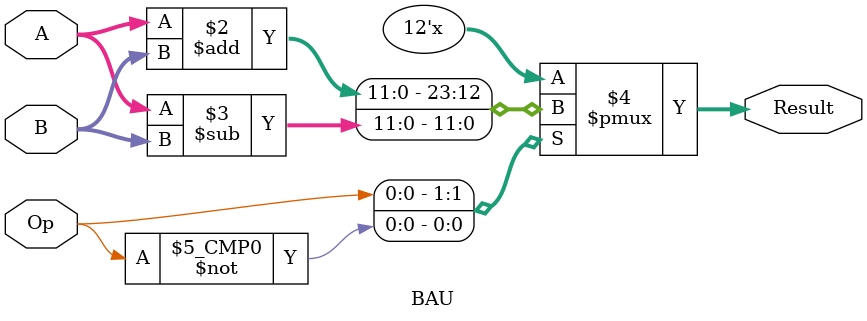
<source format=v>
`timescale 1ns / 1ps
module BAU #(parameter msb=11)(A,B,Op,Result);

input [msb:0]A;
input [msb:0]B;
input wire Op;
output reg signed [msb:0]Result; 

always @(*)
	case(Op)
		1: Result=A+B;//ADD
		0: Result=A-B;//SUB
		default: Result=1'b01;
	endcase
endmodule

</source>
